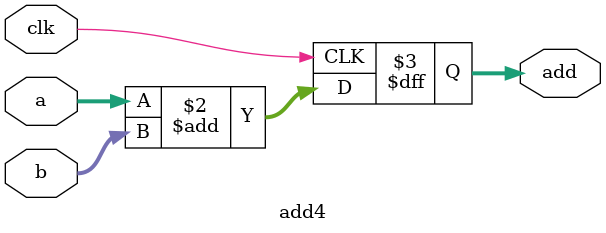
<source format=v>
module correlator(out,a,b,clk);
output[4:0] out;
input[15:0] a,b;
input clk;
wire[2:0] sum1,sum2,sum3,sum4;
wire[3:0] temp1,temp2;

detect	u1(sum1,a[3:0],b[3:0],clk),
	u2(sum2,a[7:4],b[7:4],clk),
	u3(sum3,a[11:8],b[11:8],clk),
	u4(sum4,a[15:12],b[15:12],clk);
add3 	u5(temp1,sum1,sum2,clk),
	u6(temp2,sum3,sum4,clk);
add4 	u7(out,temp1,temp2,clk);
endmodule

module detect(sum,a,b,clk);
output[2:0] sum;
input clk;
input[3:0] a,b;
wire[3:0] ab;
reg[2:0] sum;

assign ab = a ^ b;

always @(posedge clk)
  begin
	case(ab)
	'd0: sum = 4;
	'd1,'d2,'d4,'d8:  sum = 3;
	'd3,'d5,'d6,'d9,'d10,'d12: sum = 2;
	'd7,'d11,'d13,'d14: sum = 1;	
	'd15: sum = 0;
	endcase
  end
endmodule

module add3(add,a,b,clk);
output[3:0] add;
input[2:0] a,b;
input clk;
reg[3:0] add;
always @(posedge clk)
begin  add = a + b;  end
endmodule

module add4(add,a,b,clk);
output[4:0] add;
input[3:0] a,b;
input clk;
reg[4:0] add;

always @(posedge clk)
begin  add = a + b;  end
endmodule

</source>
